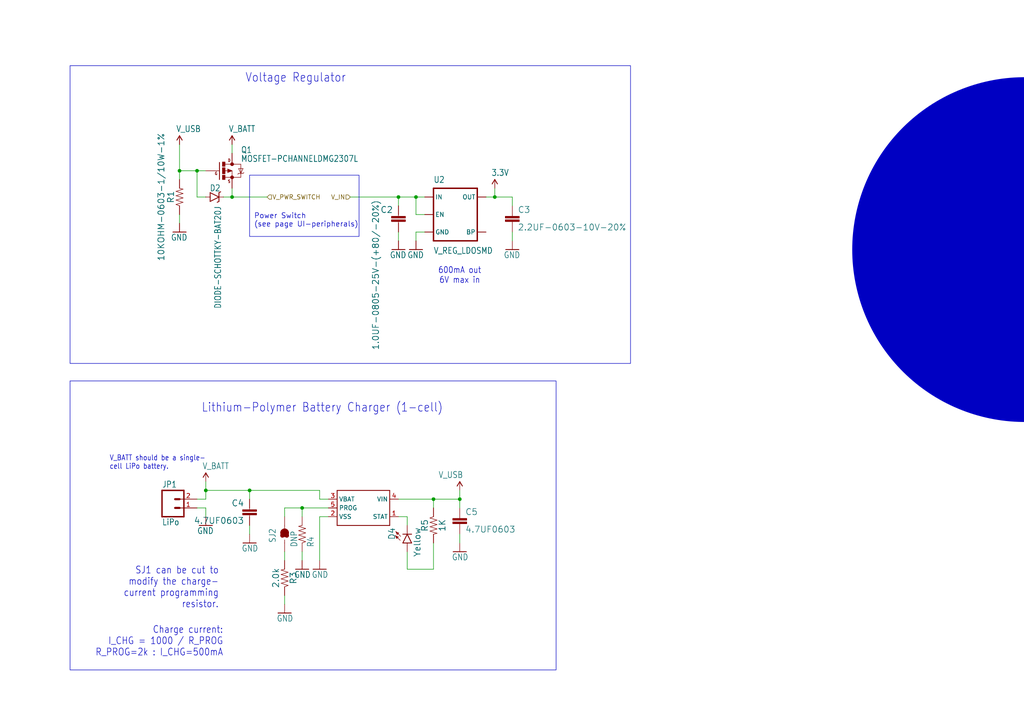
<source format=kicad_sch>
(kicad_sch (version 20230121) (generator eeschema)
  (paper "A4")
  (title_block (title "Battery and Power Management") (rev "V1"))
  (lib_symbols
    (symbol "esp32-thing-eagle-import:1.0UF-0805-25V-(+80/-20%)"
      (property "Reference" "C" (at 1.524 2.921 0))
      (symbol "1.0UF-0805-25V-(+80/-20%)_1_0"
        (rectangle (start -2.032 0.508) (end 2.032 1.016) (fill (type outline)))
        (rectangle (start -2.032 1.524) (end 2.032 2.032) (fill (type outline)))
        (polyline (pts (xy 0 0) (xy 0 0.508)) (stroke (width 0.1524)))
        (polyline (pts (xy 0 2.54) (xy 0 2.032)) (stroke (width 0.1524)))
        (pin passive line (at 0 5.08 270) (length 2.54) (name "1") (number "1"))
        (pin passive line (at 0 -2.54 90) (length 2.54) (name "2") (number "2"))
      )
    )
    (symbol "esp32-thing-eagle-import:10KOHM-0603-1/10W-1%"
      (property "Reference" "R" (at 0 1.524 0))
      (symbol "10KOHM-0603-1/10W-1%_1_0"
        (polyline (pts (xy -2.54 0) (xy -2.159 1.016)) (stroke (width 0.1524)))
        (polyline (pts (xy -2.159 1.016) (xy -1.524 -1.016)) (stroke (width 0.1524)))
        (polyline (pts (xy -1.524 -1.016) (xy -0.889 1.016)) (stroke (width 0.1524)))
        (polyline (pts (xy -0.889 1.016) (xy -0.254 -1.016)) (stroke (width 0.1524)))
        (polyline (pts (xy -0.254 -1.016) (xy 0.381 1.016)) (stroke (width 0.1524)))
        (polyline (pts (xy 0.381 1.016) (xy 1.016 -1.016)) (stroke (width 0.1524)))
        (polyline (pts (xy 1.016 -1.016) (xy 1.651 1.016)) (stroke (width 0.1524)))
        (polyline (pts (xy 1.651 1.016) (xy 2.286 -1.016)) (stroke (width 0.1524)))
        (polyline (pts (xy 2.286 -1.016) (xy 2.54 0)) (stroke (width 0.1524)))
        (pin passive line (at -5.08 0 0) (length 2.54) (name "1") (number "1"))
        (pin passive line (at 5.08 0 180) (length 2.54) (name "2") (number "2"))
      )
    )
    (symbol "esp32-thing-eagle-import:1KOHM-1/10W-1%(0603)"
      (property "Reference" "R" (at 0 1.524 0))
      (symbol "1KOHM-1/10W-1%(0603)_1_0"
        (polyline (pts (xy -2.54 0) (xy -2.159 1.016)) (stroke (width 0.1524)))
        (polyline (pts (xy -2.159 1.016) (xy -1.524 -1.016)) (stroke (width 0.1524)))
        (polyline (pts (xy -1.524 -1.016) (xy -0.889 1.016)) (stroke (width 0.1524)))
        (polyline (pts (xy -0.889 1.016) (xy -0.254 -1.016)) (stroke (width 0.1524)))
        (polyline (pts (xy -0.254 -1.016) (xy 0.381 1.016)) (stroke (width 0.1524)))
        (polyline (pts (xy 0.381 1.016) (xy 1.016 -1.016)) (stroke (width 0.1524)))
        (polyline (pts (xy 1.016 -1.016) (xy 1.651 1.016)) (stroke (width 0.1524)))
        (polyline (pts (xy 1.651 1.016) (xy 2.286 -1.016)) (stroke (width 0.1524)))
        (polyline (pts (xy 2.286 -1.016) (xy 2.54 0)) (stroke (width 0.1524)))
        (pin passive line (at -5.08 0 0) (length 2.54) (name "1") (number "1"))
        (pin passive line (at 5.08 0 180) (length 2.54) (name "2") (number "2"))
      )
    )
    (symbol "esp32-thing-eagle-import:2.0KOHM1/10W5%(0603)"
      (property "Reference" "R" (at 0 1.524 0))
      (symbol "2.0KOHM1/10W5%(0603)_1_0"
        (polyline (pts (xy -2.54 0) (xy -2.159 1.016)) (stroke (width 0.1524)))
        (polyline (pts (xy -2.159 1.016) (xy -1.524 -1.016)) (stroke (width 0.1524)))
        (polyline (pts (xy -1.524 -1.016) (xy -0.889 1.016)) (stroke (width 0.1524)))
        (polyline (pts (xy -0.889 1.016) (xy -0.254 -1.016)) (stroke (width 0.1524)))
        (polyline (pts (xy -0.254 -1.016) (xy 0.381 1.016)) (stroke (width 0.1524)))
        (polyline (pts (xy 0.381 1.016) (xy 1.016 -1.016)) (stroke (width 0.1524)))
        (polyline (pts (xy 1.016 -1.016) (xy 1.651 1.016)) (stroke (width 0.1524)))
        (polyline (pts (xy 1.651 1.016) (xy 2.286 -1.016)) (stroke (width 0.1524)))
        (polyline (pts (xy 2.286 -1.016) (xy 2.54 0)) (stroke (width 0.1524)))
        (pin passive line (at -5.08 0 0) (length 2.54) (name "1") (number "1"))
        (pin passive line (at 5.08 0 180) (length 2.54) (name "2") (number "2"))
      )
    )
    (symbol "esp32-thing-eagle-import:2.2UF-0603-10V-20%"
      (property "Reference" "C" (at 1.524 2.921 0))
      (symbol "2.2UF-0603-10V-20%_1_0"
        (rectangle (start -2.032 0.508) (end 2.032 1.016) (fill (type outline)))
        (rectangle (start -2.032 1.524) (end 2.032 2.032) (fill (type outline)))
        (polyline (pts (xy 0 0) (xy 0 0.508)) (stroke (width 0.1524)))
        (polyline (pts (xy 0 2.54) (xy 0 2.032)) (stroke (width 0.1524)))
        (pin passive line (at 0 5.08 270) (length 2.54) (name "1") (number "1"))
        (pin passive line (at 0 -2.54 90) (length 2.54) (name "2") (number "2"))
      )
    )
    (symbol "esp32-thing-eagle-import:3.3V" (power)
      (property "Value" "3.3V" (at -1.016 3.556 0))
      (symbol "3.3V_1_0"
        (polyline (pts (xy 0 2.54) (xy -0.762 1.27)) (stroke (width 0.254)))
        (polyline (pts (xy 0.762 1.27) (xy 0 2.54)) (stroke (width 0.254)))
        (pin power_in line (at 0 0 90) (length 2.54) (name "3.3V") (number "1"))
      )
    )
    (symbol "esp32-thing-eagle-import:4.7UF0603"
      (property "Reference" "C" (at 1.524 2.921 0))
      (symbol "4.7UF0603_1_0"
        (rectangle (start -2.032 0.508) (end 2.032 1.016) (fill (type outline)))
        (rectangle (start -2.032 1.524) (end 2.032 2.032) (fill (type outline)))
        (polyline (pts (xy 0 0) (xy 0 0.508)) (stroke (width 0.1524)))
        (polyline (pts (xy 0 2.54) (xy 0 2.032)) (stroke (width 0.1524)))
        (pin passive line (at 0 5.08 270) (length 2.54) (name "1") (number "1"))
        (pin passive line (at 0 -2.54 90) (length 2.54) (name "2") (number "2"))
      )
    )
    (symbol "esp32-thing-eagle-import:DIODE-SCHOTTKY-BAT20J"
      (property "Reference" "D" (at 2.54 0.4826 0))
      (symbol "DIODE-SCHOTTKY-BAT20J_1_0"
        (polyline (pts (xy -2.54 0) (xy -1.27 0)) (stroke (width 0.1524)))
        (polyline (pts (xy -1.27 -1.27) (xy 1.27 0)) (stroke (width 0.254)))
        (polyline (pts (xy -1.27 0) (xy -1.27 -1.27)) (stroke (width 0.254)))
        (polyline (pts (xy -1.27 1.27) (xy -1.27 0)) (stroke (width 0.254)))
        (polyline (pts (xy 1.27 -1.27) (xy 0.762 -1.524)) (stroke (width 0.254)))
        (polyline (pts (xy 1.27 0) (xy -1.27 1.27)) (stroke (width 0.254)))
        (polyline (pts (xy 1.27 0) (xy 1.27 -1.27)) (stroke (width 0.254)))
        (polyline (pts (xy 1.27 1.27) (xy 1.27 0)) (stroke (width 0.254)))
        (polyline (pts (xy 1.27 1.27) (xy 1.778 1.524)) (stroke (width 0.254)))
        (polyline (pts (xy 2.54 0) (xy 1.27 0)) (stroke (width 0.1524)))
        (pin passive line (at -2.54 0 0) (length 0) (name "A") (number "A"))
        (pin passive line (at 2.54 0 180) (length 0) (name "C") (number "C"))
      )
    )
    (symbol "esp32-thing-eagle-import:GND" (power)
      (property "Value" "GND" (at -2.54 -2.54 0))
      (symbol "GND_1_0"
        (polyline (pts (xy -1.905 0) (xy 1.905 0)) (stroke (width 0.254)))
        (pin power_in line (at 0 2.54 270) (length 2.54) (name "GND") (number "1"))
      )
    )
    (symbol "esp32-thing-eagle-import:JUMPER-PAD-2-NC_BY_TRACE"
      (property "Reference" "JP" (at -2.54 2.54 0))
      (symbol "JUMPER-PAD-2-NC_BY_TRACE_1_0"
        (arc (start -0.381 -0.635) (mid 0.2514 -0.0001) (end -0.3808 0.635) (stroke (width 1.27)))
        (polyline (pts (xy -2.54 0) (xy -1.651 0)) (stroke (width 0.1524)))
        (polyline (pts (xy -0.762 0) (xy 1.016 0)) (stroke (width 0.254)))
        (polyline (pts (xy 2.54 0) (xy 1.651 0)) (stroke (width 0.1524)))
        (arc (start 0.3809 -0.6351) (mid 0.83 -0.4491) (end 1.016 0) (stroke (width 1.27)))
        (arc (start 1.0159 -0.0001) (mid 0.83 0.4489) (end 0.381 0.635) (stroke (width 1.27)))
        (pin passive line (at -5.08 0 0) (length 2.54) (name "1") (number "1"))
        (pin passive line (at 5.08 0 180) (length 2.54) (name "2") (number "2"))
      )
    )
    (symbol "esp32-thing-eagle-import:LED-YELLOW0603"
      (property "Reference" "D" (at -3.429 -4.572 90))
      (symbol "LED-YELLOW0603_1_0"
        (polyline (pts (xy -2.032 -0.762) (xy -3.429 -2.159)) (stroke (width 0.1524)))
        (polyline (pts (xy -1.905 -1.905) (xy -3.302 -3.302)) (stroke (width 0.1524)))
        (polyline (pts (xy 0 -2.54) (xy -1.27 -2.54)) (stroke (width 0.254)))
        (polyline (pts (xy 0 -2.54) (xy -1.27 0)) (stroke (width 0.254)))
        (polyline (pts (xy 1.27 -2.54) (xy 0 -2.54)) (stroke (width 0.254)))
        (polyline (pts (xy 1.27 0) (xy -1.27 0)) (stroke (width 0.254)))
        (polyline (pts (xy 1.27 0) (xy 0 -2.54)) (stroke (width 0.254)))
        (polyline (pts (xy -3.429 -2.159) (xy -3.048 -1.27) (xy -2.54 -1.778)) (stroke (width 0.1524)) (fill (type outline)))
        (polyline (pts (xy -3.302 -3.302) (xy -2.921 -2.413) (xy -2.413 -2.921)) (stroke (width 0.1524)) (fill (type outline)))
        (pin passive line (at 0 2.54 270) (length 2.54) (name "A") (number "A"))
        (pin passive line (at 0 -5.08 90) (length 2.54) (name "C") (number "C"))
      )
    )
    (symbol "esp32-thing-eagle-import:M02JST-PTH-2"
      (property "Reference" "J" (at -2.54 5.842 0))
      (symbol "M02JST-PTH-2_1_0"
        (polyline (pts (xy -2.54 5.08) (xy -2.54 -2.54)) (stroke (width 0.4064)))
        (polyline (pts (xy -2.54 5.08) (xy 3.81 5.08)) (stroke (width 0.4064)))
        (polyline (pts (xy 1.27 0) (xy 2.54 0)) (stroke (width 0.6096)))
        (polyline (pts (xy 1.27 2.54) (xy 2.54 2.54)) (stroke (width 0.6096)))
        (polyline (pts (xy 3.81 -2.54) (xy -2.54 -2.54)) (stroke (width 0.4064)))
        (polyline (pts (xy 3.81 -2.54) (xy 3.81 5.08)) (stroke (width 0.4064)))
        (pin passive line (at 7.62 0 180) (length 5.08) (name "1") (number "1"))
        (pin passive line (at 7.62 2.54 180) (length 5.08) (name "2") (number "2"))
      )
    )
    (symbol "esp32-thing-eagle-import:MCP73831"
      (symbol "MCP73831_1_0"
        (polyline (pts (xy -7.62 -5.08) (xy -7.62 5.08)) (stroke (width 0.254)))
        (polyline (pts (xy -7.62 5.08) (xy 7.62 5.08)) (stroke (width 0.254)))
        (polyline (pts (xy 7.62 -5.08) (xy -7.62 -5.08)) (stroke (width 0.254)))
        (polyline (pts (xy 7.62 5.08) (xy 7.62 -5.08)) (stroke (width 0.254)))
        (pin output line (at -10.16 -2.54 0) (length 2.54) (name "STAT") (number "1"))
        (pin power_in line (at 10.16 -2.54 180) (length 2.54) (name "VSS") (number "2"))
        (pin power_in line (at 10.16 2.54 180) (length 2.54) (name "VBAT") (number "3"))
        (pin power_in line (at -10.16 2.54 0) (length 2.54) (name "VIN") (number "4"))
        (pin input line (at 10.16 0 180) (length 2.54) (name "PROG") (number "5"))
      )
    )
    (symbol "esp32-thing-eagle-import:MOSFET-PCHANNELDMG2307L"
      (property "Reference" "Q" (at 5.08 2.54 0))
      (symbol "MOSFET-PCHANNELDMG2307L_1_0"
        (rectangle (start -2.794 -2.54) (end -2.032 -1.27) (fill (type outline)))
        (rectangle (start -2.794 -0.889) (end -2.032 0.889) (fill (type outline)))
        (rectangle (start -2.794 1.27) (end -2.032 2.54) (fill (type outline)))
        (circle (center 0 -1.905) (radius 0.127) (stroke (width 0.4064)))
        (polyline (pts (xy -3.81 0) (xy -5.08 0)) (stroke (width 0.1524)))
        (polyline (pts (xy -3.6576 2.413) (xy -3.6576 -2.54)) (stroke (width 0.254)))
        (polyline (pts (xy -2.032 -1.905) (xy 0 -1.905)) (stroke (width 0.1524)))
        (polyline (pts (xy -1.27 -0.508) (xy 0 0)) (stroke (width 0.1524)))
        (polyline (pts (xy -1.27 0.508) (xy -1.27 -0.508)) (stroke (width 0.1524)))
        (polyline (pts (xy -1.143 -0.254) (xy -0.254 0)) (stroke (width 0.3048)))
        (polyline (pts (xy -1.143 0) (xy -2.032 0)) (stroke (width 0.1524)))
        (polyline (pts (xy -1.143 0) (xy -0.889 0)) (stroke (width 0.3048)))
        (polyline (pts (xy -1.143 0.254) (xy -1.143 0)) (stroke (width 0.3048)))
        (polyline (pts (xy -0.254 0) (xy -1.143 0.254)) (stroke (width 0.3048)))
        (polyline (pts (xy 0 -1.905) (xy 0 -2.54)) (stroke (width 0.1524)))
        (polyline (pts (xy 0 0) (xy -1.27 0.508)) (stroke (width 0.1524)))
        (polyline (pts (xy 0 0) (xy 0 -1.905)) (stroke (width 0.1524)))
        (polyline (pts (xy 0 1.905) (xy -2.0066 1.905)) (stroke (width 0.1524)))
        (polyline (pts (xy 0 1.905) (xy 2.54 1.905)) (stroke (width 0.1524)))
        (polyline (pts (xy 0 2.54) (xy 0 1.905)) (stroke (width 0.1524)))
        (polyline (pts (xy 1.905 -0.762) (xy 1.651 -1.016)) (stroke (width 0.1524)))
        (polyline (pts (xy 1.905 0.635) (xy 2.54 -0.762)) (stroke (width 0.1524)))
        (polyline (pts (xy 2.54 -1.905) (xy 0 -1.905)) (stroke (width 0.1524)))
        (polyline (pts (xy 2.54 -1.905) (xy 2.54 -0.762)) (stroke (width 0.1524)))
        (polyline (pts (xy 2.54 -0.762) (xy 1.905 -0.762)) (stroke (width 0.1524)))
        (polyline (pts (xy 2.54 -0.762) (xy 2.54 1.905)) (stroke (width 0.1524)))
        (polyline (pts (xy 2.54 -0.762) (xy 3.175 0.635)) (stroke (width 0.1524)))
        (polyline (pts (xy 3.175 -0.762) (xy 2.54 -0.762)) (stroke (width 0.1524)))
        (polyline (pts (xy 3.175 -0.762) (xy 3.429 -0.508)) (stroke (width 0.1524)))
        (polyline (pts (xy 3.175 0.635) (xy 1.905 0.635)) (stroke (width 0.1524)))
        (circle (center 0 1.905) (radius 0.127) (stroke (width 0.4064)))
        (text "D" (at -1.27 2.54 0) (effects (font (size 0.8128 0.6908)) (justify left bottom)))
        (text "G" (at -5.08 -1.27 0) (effects (font (size 0.8128 0.6908)) (justify left bottom)))
        (text "S" (at -1.27 -3.556 0) (effects (font (size 0.8128 0.6908)) (justify left bottom)))
        (pin passive line (at -7.62 0 0) (length 2.54) (name "G") (number "1"))
        (pin passive line (at 0 -5.08 90) (length 2.54) (name "S") (number "2"))
        (pin passive line (at 0 5.08 270) (length 2.54) (name "D") (number "3"))
      )
    )
    (symbol "esp32-thing-eagle-import:RESISTORPTH-1/6W"
      (property "Reference" "R" (at -3.81 1.4986 0))
      (symbol "RESISTORPTH-1/6W_1_0"
        (polyline (pts (xy -2.54 0) (xy -2.159 1.016)) (stroke (width 0.1524)))
        (polyline (pts (xy -2.159 1.016) (xy -1.524 -1.016)) (stroke (width 0.1524)))
        (polyline (pts (xy -1.524 -1.016) (xy -0.889 1.016)) (stroke (width 0.1524)))
        (polyline (pts (xy -0.889 1.016) (xy -0.254 -1.016)) (stroke (width 0.1524)))
        (polyline (pts (xy -0.254 -1.016) (xy 0.381 1.016)) (stroke (width 0.1524)))
        (polyline (pts (xy 0.381 1.016) (xy 1.016 -1.016)) (stroke (width 0.1524)))
        (polyline (pts (xy 1.016 -1.016) (xy 1.651 1.016)) (stroke (width 0.1524)))
        (polyline (pts (xy 1.651 1.016) (xy 2.286 -1.016)) (stroke (width 0.1524)))
        (polyline (pts (xy 2.286 -1.016) (xy 2.54 0)) (stroke (width 0.1524)))
        (pin passive line (at -5.08 0 0) (length 2.54) (name "1") (number "1"))
        (pin passive line (at 5.08 0 180) (length 2.54) (name "2") (number "2"))
      )
    )
    (symbol "esp32-thing-eagle-import:V_BATT" (power)
      (property "Value" "V_BATT" (at -1.016 3.556 0))
      (symbol "V_BATT_1_0"
        (polyline (pts (xy 0 2.54) (xy -0.762 1.27)) (stroke (width 0.254)))
        (polyline (pts (xy 0.762 1.27) (xy 0 2.54)) (stroke (width 0.254)))
        (pin power_in line (at 0 0 90) (length 2.54) (name "V_BATT") (number "1"))
      )
    )
    (symbol "esp32-thing-eagle-import:V_REG_LDOSMD"
      (property "Reference" "U" (at -7.62 9.144 0))
      (symbol "V_REG_LDOSMD_1_0"
        (polyline (pts (xy -7.62 -7.62) (xy 5.08 -7.62)) (stroke (width 0.4064)))
        (polyline (pts (xy -7.62 7.62) (xy -7.62 -7.62)) (stroke (width 0.4064)))
        (polyline (pts (xy 5.08 -7.62) (xy 5.08 7.62)) (stroke (width 0.4064)))
        (polyline (pts (xy 5.08 7.62) (xy -7.62 7.62)) (stroke (width 0.4064)))
        (pin input line (at -10.16 5.08 0) (length 2.54) (name "IN") (number "1"))
        (pin input line (at -10.16 -5.08 0) (length 2.54) (name "GND") (number "2"))
        (pin input line (at -10.16 0 0) (length 2.54) (name "EN") (number "3"))
        (pin input line (at 7.62 -5.08 180) (length 2.54) (name "BP") (number "4"))
        (pin passive line (at 7.62 5.08 180) (length 2.54) (name "OUT") (number "5"))
      )
    )
    (symbol "esp32-thing-eagle-import:V_USB" (power)
      (property "Value" "V_USB" (at -1.016 3.556 0))
      (symbol "V_USB_1_0"
        (polyline (pts (xy 0 2.54) (xy -0.762 1.27)) (stroke (width 0.254)))
        (polyline (pts (xy 0.762 1.27) (xy 0 2.54)) (stroke (width 0.254)))
        (pin power_in line (at 0 0 90) (length 2.54) (name "V_USB") (number "1"))
      )
    )
  )
  (junction (at 52.07 49.53))
  (junction (at 87.63 147.32))
  (junction (at 143.51 57.15))
  (junction (at 72.39 142.24))
  (junction (at 120.65 57.15))
  (junction (at 125.73 144.78))
  (junction (at 67.31 57.15))
  (junction (at 115.57 57.15))
  (junction (at 59.69 142.24))
  (junction (at 57.15 49.53))
  (junction (at 133.35 144.78))
  (wire (pts (xy 101.6 57.15) (xy 115.57 57.15)) (stroke (width 0.1524)))
  (wire (pts (xy 118.11 160.02) (xy 118.11 165.1)) (stroke (width 0.1524)))
  (wire (pts (xy 52.07 41.91) (xy 52.07 49.53)) (stroke (width 0.1524)))
  (wire (pts (xy 133.35 144.78) (xy 133.35 147.32)) (stroke (width 0.1524)))
  (wire (pts (xy 87.63 162.56) (xy 87.63 160.02)) (stroke (width 0.1524)))
  (wire (pts (xy 118.11 149.86) (xy 115.57 149.86)) (stroke (width 0.1524)))
  (wire (pts (xy 59.69 142.24) (xy 72.39 142.24)) (stroke (width 0.1524)))
  (wire (pts (xy 140.97 57.15) (xy 143.51 57.15)) (stroke (width 0.1524)))
  (wire (pts (xy 95.25 149.86) (xy 92.71 149.86)) (stroke (width 0.1524)))
  (wire (pts (xy 125.73 144.78) (xy 133.35 144.78)) (stroke (width 0.1524)))
  (wire (pts (xy 95.25 147.32) (xy 87.63 147.32)) (stroke (width 0.1524)))
  (wire (pts (xy 82.55 172.72) (xy 82.55 175.26)) (stroke (width 0.1524)))
  (wire (pts (xy 57.15 49.53) (xy 52.07 49.53)) (stroke (width 0.1524)))
  (wire (pts (xy 57.15 57.15) (xy 59.69 57.15)) (stroke (width 0.1524)))
  (wire (pts (xy 115.57 144.78) (xy 125.73 144.78)) (stroke (width 0.1524)))
  (wire (pts (xy 72.39 142.24) (xy 92.71 142.24)) (stroke (width 0.1524)))
  (wire (pts (xy 57.15 147.32) (xy 59.69 147.32)) (stroke (width 0.1524)))
  (wire (pts (xy 120.65 57.15) (xy 115.57 57.15)) (stroke (width 0.1524)))
  (wire (pts (xy 123.19 62.23) (xy 120.65 62.23)) (stroke (width 0.1524)))
  (wire (pts (xy 120.65 67.31) (xy 120.65 69.85)) (stroke (width 0.1524)))
  (wire (pts (xy 87.63 149.86) (xy 87.63 147.32)) (stroke (width 0.1524)))
  (wire (pts (xy 148.59 57.15) (xy 148.59 59.69)) (stroke (width 0.1524)))
  (wire (pts (xy 143.51 57.15) (xy 143.51 54.61)) (stroke (width 0.1524)))
  (wire (pts (xy 118.11 149.86) (xy 118.11 152.4)) (stroke (width 0.1524)))
  (wire (pts (xy 57.15 49.53) (xy 57.15 57.15)) (stroke (width 0.1524)))
  (wire (pts (xy 115.57 67.31) (xy 115.57 69.85)) (stroke (width 0.1524)))
  (wire (pts (xy 72.39 154.94) (xy 72.39 152.4)) (stroke (width 0.1524)))
  (wire (pts (xy 123.19 67.31) (xy 120.65 67.31)) (stroke (width 0.1524)))
  (wire (pts (xy 72.39 144.78) (xy 72.39 142.24)) (stroke (width 0.1524)))
  (wire (pts (xy 133.35 157.48) (xy 133.35 154.94)) (stroke (width 0.1524)))
  (wire (pts (xy 118.11 165.1) (xy 125.73 165.1)) (stroke (width 0.1524)))
  (wire (pts (xy 115.57 57.15) (xy 115.57 59.69)) (stroke (width 0.1524)))
  (wire (pts (xy 125.73 147.32) (xy 125.73 144.78)) (stroke (width 0.1524)))
  (wire (pts (xy 133.35 144.78) (xy 133.35 142.24)) (stroke (width 0.1524)))
  (wire (pts (xy 82.55 147.32) (xy 82.55 149.86)) (stroke (width 0.1524)))
  (wire (pts (xy 52.07 64.77) (xy 52.07 62.23)) (stroke (width 0.1524)))
  (wire (pts (xy 87.63 147.32) (xy 82.55 147.32)) (stroke (width 0.1524)))
  (wire (pts (xy 57.15 144.78) (xy 59.69 144.78)) (stroke (width 0.1524)))
  (wire (pts (xy 148.59 69.85) (xy 148.59 67.31)) (stroke (width 0.1524)))
  (wire (pts (xy 59.69 142.24) (xy 59.69 139.7)) (stroke (width 0.1524)))
  (wire (pts (xy 92.71 144.78) (xy 92.71 142.24)) (stroke (width 0.1524)))
  (wire (pts (xy 59.69 144.78) (xy 59.69 142.24)) (stroke (width 0.1524)))
  (wire (pts (xy 59.69 147.32) (xy 59.69 149.86)) (stroke (width 0.1524)))
  (wire (pts (xy 52.07 52.07) (xy 52.07 49.53)) (stroke (width 0.1524)))
  (wire (pts (xy 143.51 57.15) (xy 148.59 57.15)) (stroke (width 0.1524)))
  (wire (pts (xy 92.71 149.86) (xy 92.71 162.56)) (stroke (width 0.1524)))
  (wire (pts (xy 125.73 165.1) (xy 125.73 157.48)) (stroke (width 0.1524)))
  (wire (pts (xy 92.71 144.78) (xy 95.25 144.78)) (stroke (width 0.1524)))
  (wire (pts (xy 82.55 160.02) (xy 82.55 162.56)) (stroke (width 0.1524)))
  (wire (pts (xy 67.31 57.15) (xy 77.47 57.15)))
  (wire (pts (xy 67.31 54.61) (xy 67.31 57.15)) (stroke (width 0.1524)))
  (wire (pts (xy 67.31 41.91) (xy 67.31 44.45)) (stroke (width 0.1524)))
  (wire (pts (xy 59.69 49.53) (xy 57.15 49.53)) (stroke (width 0.1524)))
  (wire (pts (xy 120.65 62.23) (xy 120.65 57.15)) (stroke (width 0.1524)))
  (wire (pts (xy 64.77 57.15) (xy 67.31 57.15)) (stroke (width 0.1524)))
  (wire (pts (xy 123.19 57.15) (xy 120.65 57.15)) (stroke (width 0.1524)))
  (rectangle (start 297.18 72.39) (end 297.18 72.39))
  (rectangle (start 20.32 110.49) (end 161.29 194.31))
  (rectangle (start 297.18 72.39) (end 297.18 72.39))
  (rectangle (start 297.18 72.39) (end 297.18 72.39))
  (rectangle (start 297.18 72.39) (end 297.18 72.39))
  (rectangle (start 297.18 72.39) (end 297.18 72.39))
  (rectangle (start 297.18 72.39) (end 297.18 72.39))
  (rectangle (start 297.18 72.39) (end 297.18 72.39))
  (rectangle (start 297.18 72.39) (end 297.18 72.39))
  (rectangle (start 72.39 50.8) (end 104.14 68.58))
  (rectangle (start 297.18 72.39) (end 297.18 72.39))
  (rectangle (start 297.18 72.39) (end 297.18 72.39))
  (circle (center 297.18 72.39) (radius 0.0001))
  (rectangle (start 20.32 19.05) (end 182.88 105.41))
  (rectangle (start 297.18 72.39) (end 297.18 72.39))
  (rectangle (start 297.18 72.39) (end 297.18 72.39) (stroke (width 100)))
  (rectangle (start 297.18 72.39) (end 297.18 72.39) (stroke (width 10)))
  (rectangle (start 297.18 72.39) (end 297.18 72.39))
  (text "V_BATT should be a single-\ncell LiPo battery." (at 31.75 132.08 0) (effects (font (size 1.524 1.2954)) (justify left top)))
  (text "Charge current:\nI_CHG = 1000 / R_PROG\nR_PROG=2k : I_CHG=500mA" (at 64.77 190.5 0) (effects (font (size 2.032 1.7272)) (justify right bottom)))
  (text "Lithium-Polymer Battery Charger (1-cell)" (at 58.42 116.84 0) (effects (font (size 2.54 2.159)) (justify left top)))
  (text "Power Switch \n(see page UI-peripherals)" (at 73.66 66.04 0) (effects (font (size 1.5 1.5)) (justify left bottom)))
  (text "600mA out\n6V max in" (at 133.35 77.47 0) (effects (font (size 1.778 1.5113)) (justify top)))
  (text "Voltage Regulator" (at 71.12 24.13 0) (effects (font (size 2.54 2.159)) (justify left bottom)))
  (text "SJ1 can be cut to\nmodify the charge-\ncurrent programming\nresistor." (at 63.5 176.53 0) (effects (font (size 2.032 1.7272)) (justify right bottom)))
  (hierarchical_label "V_IN" (shape input) (at 101.6 57.15 180))
  (hierarchical_label "V_PWR_SWITCH" (shape input) (at 77.47 57.15 0))
  (symbol (lib_id "esp32-thing-eagle-import:GND") (at 82.55 177.8 0) (mirror y) (unit 1)
    (property "Reference" "#GND08" (effects hide))
    (property "Value" "GND" (at 85.09 180.34 0) (effects (font (size 1.778 1.5113)) (justify left bottom)))
    (instances (project "HM_mainboard" (path "" (reference "#GND08") (unit 1)) (path "" (reference "#GND08") (unit 1))) (project "esp32-thing" (path "" (reference "#GND11") (unit 1))))
  )
  (symbol (lib_id "esp32-thing-eagle-import:3.3V") (at 143.51 54.61 0) (unit 1)
    (property "Reference" "#SUPPLY04" (effects hide))
    (property "Value" "3.3V" (at 142.494 51.054 0) (effects (font (size 1.778 1.5113)) (justify left bottom)))
    (instances (project "HM_mainboard" (path "" (reference "#SUPPLY04") (unit 1)) (path "" (reference "#SUPPLY04") (unit 1))) (project "esp32-thing" (path "" (reference "#SUPPLY8") (unit 1))))
  )
  (symbol (lib_id "esp32-thing-eagle-import:GND") (at 92.71 165.1 0) (mirror y) (unit 1)
    (property "Reference" "#GND010" (effects hide))
    (property "Value" "GND" (at 95.25 167.64 0) (effects (font (size 1.778 1.5113)) (justify left bottom)))
    (instances (project "HM_mainboard" (path "" (reference "#GND010") (unit 1)) (path "" (reference "#GND010") (unit 1))) (project "esp32-thing" (path "" (reference "#GND9") (unit 1))))
  )
  (symbol (lib_id "esp32-thing-eagle-import:GND") (at 59.69 152.4 0) (unit 1)
    (property "Reference" "#GND06" (effects hide))
    (property "Value" "GND" (at 57.15 154.94 0) (effects (font (size 1.778 1.5113)) (justify left bottom)))
    (instances (project "HM_mainboard" (path "" (reference "#GND06") (unit 1)) (path "" (reference "#GND06") (unit 1))) (project "esp32-thing" (path "" (reference "#GND4") (unit 1))))
  )
  (symbol (lib_id "esp32-thing-eagle-import:V_USB") (at 133.35 142.24 0) (mirror y) (unit 1)
    (property "Reference" "#SUPPLY06" (effects hide))
    (property "Value" "V_USB" (at 134.366 138.684 0) (effects (font (size 1.778 1.5113)) (justify left bottom)))
    (instances (project "HM_mainboard" (path "" (reference "#SUPPLY06") (unit 1)) (path "" (reference "#SUPPLY06") (unit 1))) (project "esp32-thing" (path "" (reference "#SUPPLY23") (unit 1))))
  )
  (symbol (lib_id "esp32-thing-eagle-import:LED-YELLOW0603") (at 118.11 157.48 0) (mirror x) (unit 1)
    (property "Reference" "D4" (at 114.681 152.908 90) (effects (font (size 1.778 1.778)) (justify left bottom)))
    (property "Value" "Yellow" (at 120.015 152.908 90) (effects (font (size 1.778 1.778)) (justify left top)))
    (property "Footprint" "esp32-thing:LED-0603" (effects hide))
    (instances (project "HM_mainboard" (path "" (reference "D4") (unit 1)) (path "" (reference "D4") (unit 1))) (project "esp32-thing" (path "" (reference "D1") (unit 1))))
  )
  (symbol (lib_id "esp32-thing-eagle-import:GND") (at 133.35 160.02 0) (mirror y) (unit 1)
    (property "Reference" "#GND011" (effects hide))
    (property "Value" "GND" (at 135.89 162.56 0) (effects (font (size 1.778 1.5113)) (justify left bottom)))
    (instances (project "HM_mainboard" (path "" (reference "#GND011") (unit 1)) (path "" (reference "#GND011") (unit 1))) (project "esp32-thing" (path "" (reference "#GND41") (unit 1))))
  )
  (symbol (lib_id "esp32-thing-eagle-import:GND") (at 52.07 67.31 0) (unit 1)
    (property "Reference" "#GND01" (effects hide))
    (property "Value" "GND" (at 49.53 69.85 0) (effects (font (size 1.778 1.5113)) (justify left bottom)))
    (instances (project "HM_mainboard" (path "" (reference "#GND01") (unit 1)) (path "" (reference "#GND01") (unit 1))) (project "esp32-thing" (path "" (reference "#GND13") (unit 1))))
  )
  (symbol (lib_id "esp32-thing-eagle-import:MCP73831") (at 105.41 147.32 0) (mirror y) (unit 1)
    (property "Reference" "U3" (effects hide))
    (property "Value" "MCP73831" (effects hide))
    (property "Footprint" "esp32-thing:SOT23-5" (effects hide))
    (instances (project "HM_mainboard" (path "" (reference "U3") (unit 1)) (path "" (reference "U3") (unit 1))) (project "esp32-thing" (path "" (reference "U1") (unit 1))))
  )
  (symbol (lib_id "esp32-thing-eagle-import:GND") (at 115.57 72.39 0) (unit 1)
    (property "Reference" "#GND02" (effects hide))
    (property "Value" "GND" (at 113.03 74.93 0) (effects (font (size 1.778 1.5113)) (justify left bottom)))
    (instances (project "HM_mainboard" (path "" (reference "#GND02") (unit 1)) (path "" (reference "#GND02") (unit 1))) (project "esp32-thing" (path "" (reference "#GND14") (unit 1))))
  )
  (symbol (lib_id "esp32-thing-eagle-import:MOSFET-PCHANNELDMG2307L") (at 67.31 49.53 0) (unit 1)
    (property "Reference" "Q1" (at 69.85 44.45 0) (effects (font (size 1.778 1.5113)) (justify left bottom)))
    (property "Value" "MOSFET-PCHANNELDMG2307L" (at 69.85 46.99 0) (effects (font (size 1.778 1.5113)) (justify left bottom)))
    (property "Footprint" "esp32-thing:SOT23-3" (effects hide))
  )
  (symbol (lib_id "esp32-thing-eagle-import:2.2UF-0603-10V-20%") (at 148.59 64.77 0) (unit 1)
    (property "Reference" "C3" (at 150.114 61.849 0) (effects (font (size 1.778 1.778)) (justify left bottom)))
    (property "Value" "2.2UF-0603-10V-20%" (at 150.114 66.929 0) (effects (font (size 1.778 1.778)) (justify left bottom)))
    (property "Footprint" "esp32-thing:0603" (effects hide))
    (instances (project "HM_mainboard" (path "" (reference "C3") (unit 1)) (path "" (reference "C3") (unit 1))) (project "esp32-thing" (path "" (reference "C10") (unit 1))))
  )
  (symbol (lib_id "esp32-thing-eagle-import:JUMPER-PAD-2-NC_BY_TRACE") (at 82.55 154.94 90) (unit 1)
    (property "Reference" "SJ2" (at 80.01 157.48 0) (effects (font (size 1.778 1.5113)) (justify left bottom)))
    (property "Value" "JUMPER-PAD-2-NC_BY_TRACE" (effects hide))
    (property "Footprint" "esp32-thing:PAD-JUMPER-2-NC_BY_TRACE_YES_SILK" (effects hide))
    (instances (project "HM_mainboard" (path "" (reference "SJ2") (unit 1)) (path "" (reference "SJ2") (unit 1))) (project "esp32-thing" (path "" (reference "SJ1") (unit 1))))
  )
  (symbol (lib_id "esp32-thing-eagle-import:RESISTORPTH-1/6W") (at 87.63 154.94 270) (mirror x) (unit 1)
    (property "Reference" "R4" (at 89.1286 158.75 0) (effects (font (size 1.778 1.5113)) (justify left bottom)))
    (property "Value" "DNP" (at 84.328 158.75 0) (effects (font (size 1.778 1.5113)) (justify left bottom)))
    (property "Footprint" "esp32-thing:1_6W-RES" (effects hide))
    (instances (project "HM_mainboard" (path "" (reference "R4") (unit 1)) (path "" (reference "R4") (unit 1))) (project "esp32-thing" (path "" (reference "R5") (unit 1))))
  )
  (symbol (lib_id "esp32-thing-eagle-import:1.0UF-0805-25V-(+80/-20%)") (at 115.57 64.77 0) (mirror y) (unit 1)
    (property "Reference" "C2" (at 114.046 61.849 0) (effects (font (size 1.778 1.778)) (justify left bottom)))
    (property "Value" "1.0UF-0805-25V-(+80/-20%)" (at 107.95 101.6 90) (effects (font (size 1.778 1.778)) (justify left bottom)))
    (property "Footprint" "esp32-thing:0805" (effects hide))
    (instances (project "HM_mainboard" (path "" (reference "C2") (unit 1)) (path "" (reference "C2") (unit 1))) (project "esp32-thing" (path "" (reference "C7") (unit 1))))
  )
  (symbol (lib_id "esp32-thing-eagle-import:GND") (at 87.63 165.1 0) (mirror y) (unit 1)
    (property "Reference" "#GND09" (effects hide))
    (property "Value" "GND" (at 90.17 167.64 0) (effects (font (size 1.778 1.5113)) (justify left bottom)))
    (instances (project "HM_mainboard" (path "" (reference "#GND09") (unit 1)) (path "" (reference "#GND09") (unit 1))) (project "esp32-thing" (path "" (reference "#GND10") (unit 1))))
  )
  (symbol (lib_id "esp32-thing-eagle-import:2.0KOHM1/10W5%(0603)") (at 82.55 167.64 270) (mirror x) (unit 1)
    (property "Reference" "R3" (at 84.074 167.64 0) (effects (font (size 1.778 1.778)) (justify bottom)))
    (property "Value" "2.0k" (at 81.026 167.64 0) (effects (font (size 1.778 1.778)) (justify top)))
    (property "Footprint" "esp32-thing:0603" (effects hide))
    (instances (project "HM_mainboard" (path "" (reference "R3") (unit 1)) (path "" (reference "R3") (unit 1))) (project "esp32-thing" (path "" (reference "R6") (unit 1))))
  )
  (symbol (lib_id "esp32-thing-eagle-import:GND") (at 120.65 72.39 0) (unit 1)
    (property "Reference" "#GND03" (effects hide))
    (property "Value" "GND" (at 118.11 74.93 0) (effects (font (size 1.778 1.5113)) (justify left bottom)))
    (instances (project "HM_mainboard" (path "" (reference "#GND03") (unit 1)) (path "" (reference "#GND03") (unit 1))) (project "esp32-thing" (path "" (reference "#GND15") (unit 1))))
  )
  (symbol (lib_id "esp32-thing-eagle-import:GND") (at 72.39 157.48 0) (mirror y) (unit 1)
    (property "Reference" "#GND07" (effects hide))
    (property "Value" "GND" (at 74.93 160.02 0) (effects (font (size 1.778 1.5113)) (justify left bottom)))
    (instances (project "HM_mainboard" (path "" (reference "#GND07") (unit 1)) (path "" (reference "#GND07") (unit 1))) (project "esp32-thing" (path "" (reference "#GND12") (unit 1))))
  )
  (symbol (lib_id "esp32-thing-eagle-import:GND") (at 148.59 72.39 0) (unit 1)
    (property "Reference" "#GND04" (effects hide))
    (property "Value" "GND" (at 146.05 74.93 0) (effects (font (size 1.778 1.5113)) (justify left bottom)))
    (instances (project "HM_mainboard" (path "" (reference "#GND04") (unit 1)) (path "" (reference "#GND04") (unit 1))) (project "esp32-thing" (path "" (reference "#GND21") (unit 1))))
  )
  (symbol (lib_id "esp32-thing-eagle-import:M02JST-PTH-2") (at 49.53 147.32 0) (unit 1)
    (property "Reference" "JP1" (at 46.99 141.478 0) (effects (font (size 1.778 1.5113)) (justify left bottom)))
    (property "Value" "LiPo" (at 46.99 152.4 0) (effects (font (size 1.778 1.5113)) (justify left bottom)))
    (property "Footprint" "esp32-thing:JST-2-PTH" (effects hide))
    (instances (project "HM_mainboard" (path "" (reference "JP1") (unit 1)) (path "" (reference "JP1") (unit 1))) (project "esp32-thing" (path "" (reference "JP2") (unit 1))))
  )
  (symbol (lib_id "esp32-thing-eagle-import:1KOHM-1/10W-1%(0603)") (at 125.73 152.4 90) (mirror x) (unit 1)
    (property "Reference" "R5" (at 124.206 152.4 0) (effects (font (size 1.778 1.778)) (justify bottom)))
    (property "Value" "1K" (at 127.254 152.4 0) (effects (font (size 1.778 1.778)) (justify top)))
    (property "Footprint" "esp32-thing:0603" (effects hide))
    (instances (project "HM_mainboard" (path "" (reference "R5") (unit 1)) (path "" (reference "R5") (unit 1))) (project "esp32-thing" (path "" (reference "R3") (unit 1))))
  )
  (symbol (lib_id "esp32-thing-eagle-import:V_BATT") (at 67.31 41.91 0) (unit 1)
    (property "Reference" "#SUPPLY02" (effects hide))
    (property "Value" "V_BATT" (at 66.294 38.354 0) (effects (font (size 1.778 1.5113)) (justify left bottom)))
    (instances (project "HM_mainboard" (path "" (reference "#SUPPLY02") (unit 1)) (path "" (reference "#SUPPLY02") (unit 1))) (project "esp32-thing" (path "" (reference "#SUPPLY27") (unit 1))))
  )
  (symbol (lib_id "esp32-thing-eagle-import:10KOHM-0603-1/10W-1%") (at 52.07 57.15 90) (unit 1)
    (property "Reference" "R1" (at 50.546 57.15 0) (effects (font (size 1.778 1.778)) (justify bottom)))
    (property "Value" "10KOHM-0603-1/10W-1%" (at 45.72 57.15 0) (effects (font (size 1.778 1.778)) (justify top)))
    (property "Footprint" "esp32-thing:0603" (effects hide))
    (instances (project "HM_mainboard" (path "" (reference "R1") (unit 1)) (path "" (reference "R1") (unit 1))) (project "esp32-thing" (path "" (reference "R7") (unit 1))))
  )
  (symbol (lib_id "esp32-thing-eagle-import:4.7UF0603") (at 133.35 152.4 0) (unit 1)
    (property "Reference" "C5" (at 134.874 149.479 0) (effects (font (size 1.778 1.778)) (justify left bottom)))
    (property "Value" "4.7UF0603" (at 134.874 154.559 0) (effects (font (size 1.778 1.778)) (justify left bottom)))
    (property "Footprint" "esp32-thing:0603" (effects hide))
    (instances (project "HM_mainboard" (path "" (reference "C5") (unit 1)) (path "" (reference "C5") (unit 1))) (project "esp32-thing" (path "" (reference "C19") (unit 1))))
  )
  (symbol (lib_id "esp32-thing-eagle-import:4.7UF0603") (at 72.39 149.86 0) (mirror y) (unit 1)
    (property "Reference" "C4" (at 70.866 146.939 0) (effects (font (size 1.778 1.778)) (justify left bottom)))
    (property "Value" "4.7UF0603" (at 70.866 152.019 0) (effects (font (size 1.778 1.778)) (justify left bottom)))
    (property "Footprint" "esp32-thing:0603" (effects hide))
    (instances (project "HM_mainboard" (path "" (reference "C4") (unit 1)) (path "" (reference "C4") (unit 1))) (project "esp32-thing" (path "" (reference "C6") (unit 1))))
  )
  (symbol (lib_id "esp32-thing-eagle-import:V_REG_LDOSMD") (at 133.35 62.23 0) (unit 1)
    (property "Reference" "U2" (at 125.73 53.086 0) (effects (font (size 1.778 1.5113)) (justify left bottom)))
    (property "Value" "V_REG_LDOSMD" (at 125.73 73.66 0) (effects (font (size 1.778 1.5113)) (justify left bottom)))
    (property "Footprint" "esp32-thing:SOT23-5" (effects hide))
    (property "PROD_ID" "VREG-12457" (effects hide))
    (instances (project "HM_mainboard" (path "" (reference "U2") (unit 1)) (path "" (reference "U2") (unit 1))) (project "esp32-thing" (path "" (reference "U3") (unit 1))))
  )
  (symbol (lib_id "esp32-thing-eagle-import:V_USB") (at 52.07 41.91 0) (unit 1)
    (property "Reference" "#SUPPLY01" (effects hide))
    (property "Value" "V_USB" (at 51.054 38.354 0) (effects (font (size 1.778 1.5113)) (justify left bottom)))
    (instances (project "HM_mainboard" (path "" (reference "#SUPPLY01") (unit 1)) (path "" (reference "#SUPPLY01") (unit 1))) (project "esp32-thing" (path "" (reference "#SUPPLY22") (unit 1))))
  )
  (symbol (lib_id "esp32-thing-eagle-import:V_BATT") (at 59.69 139.7 0) (unit 1)
    (property "Reference" "#SUPPLY05" (effects hide))
    (property "Value" "V_BATT" (at 58.674 136.144 0) (effects (font (size 1.778 1.5113)) (justify left bottom)))
    (instances (project "HM_mainboard" (path "" (reference "#SUPPLY05") (unit 1)) (path "" (reference "#SUPPLY05") (unit 1))) (project "esp32-thing" (path "" (reference "#SUPPLY25") (unit 1))))
  )
  (symbol (lib_id "esp32-thing-eagle-import:DIODE-SCHOTTKY-BAT20J") (at 62.23 57.15 0) (unit 1)
    (property "Reference" "D2" (at 64.008 53.5686 0) (effects (font (size 1.778 1.5113)) (justify right top)))
    (property "Value" "DIODE-SCHOTTKY-BAT20J" (at 62.23 59.69 90) (effects (font (size 1.778 1.5113)) (justify right top)))
    (property "Footprint" "esp32-thing:SOD-323" (effects hide))
  )
)
</source>
